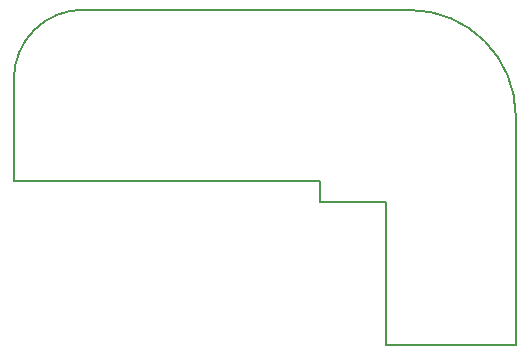
<source format=gbr>
%TF.GenerationSoftware,KiCad,Pcbnew,(5.1.9-0-10_14)*%
%TF.CreationDate,2021-08-08T20:33:52+02:00*%
%TF.ProjectId,Leo_muziekdoos,4c656f5f-6d75-47a6-9965-6b646f6f732e,rev?*%
%TF.SameCoordinates,Original*%
%TF.FileFunction,Profile,NP*%
%FSLAX46Y46*%
G04 Gerber Fmt 4.6, Leading zero omitted, Abs format (unit mm)*
G04 Created by KiCad (PCBNEW (5.1.9-0-10_14)) date 2021-08-08 20:33:52*
%MOMM*%
%LPD*%
G01*
G04 APERTURE LIST*
%TA.AperFunction,Profile*%
%ADD10C,0.200000*%
%TD*%
G04 APERTURE END LIST*
D10*
X67069398Y-78427773D02*
X67069398Y-80277773D01*
X41169399Y-78427773D02*
X67069398Y-78427773D01*
X41167565Y-69831020D02*
X41169399Y-78427773D01*
X41167565Y-69831020D02*
G75*
G02*
X47040565Y-63958020I5873000J0D01*
G01*
X72669398Y-92377773D02*
X83669398Y-92377773D01*
X72669398Y-80277773D02*
X72669398Y-92377773D01*
X67069398Y-80277773D02*
X72669398Y-80277773D01*
X74669398Y-63977774D02*
X47040800Y-63957200D01*
X74669398Y-63977774D02*
G75*
G02*
X83669398Y-72977774I0J-9000000D01*
G01*
X83669398Y-92377773D02*
X83669398Y-72977774D01*
M02*

</source>
